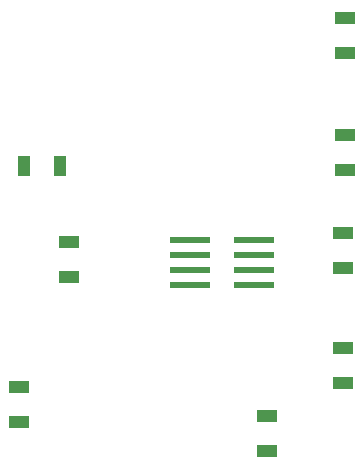
<source format=gtp>
%FSTAX23Y23*%
%MOIN*%
%SFA1B1*%

%IPPOS*%
%ADD17R,0.133858X0.023622*%
%ADD18R,0.071000X0.044000*%
%ADD19R,0.044000X0.071000*%
%LNpcb_1-1*%
%LPD*%
G54D17*
X00728Y0083D03*
Y0088D03*
Y0093D03*
Y0098D03*
X00941D03*
Y0093D03*
Y0088D03*
Y0083D03*
G54D18*
X00325Y00974D03*
Y00856D03*
X0016Y00371D03*
Y00489D03*
X0124Y00886D03*
Y01004D03*
Y00619D03*
Y00501D03*
X01245Y01601D03*
Y01719D03*
Y0133D03*
Y01212D03*
X00985Y00275D03*
Y00393D03*
G54D19*
X00295Y01225D03*
X00177D03*
M02*
</source>
